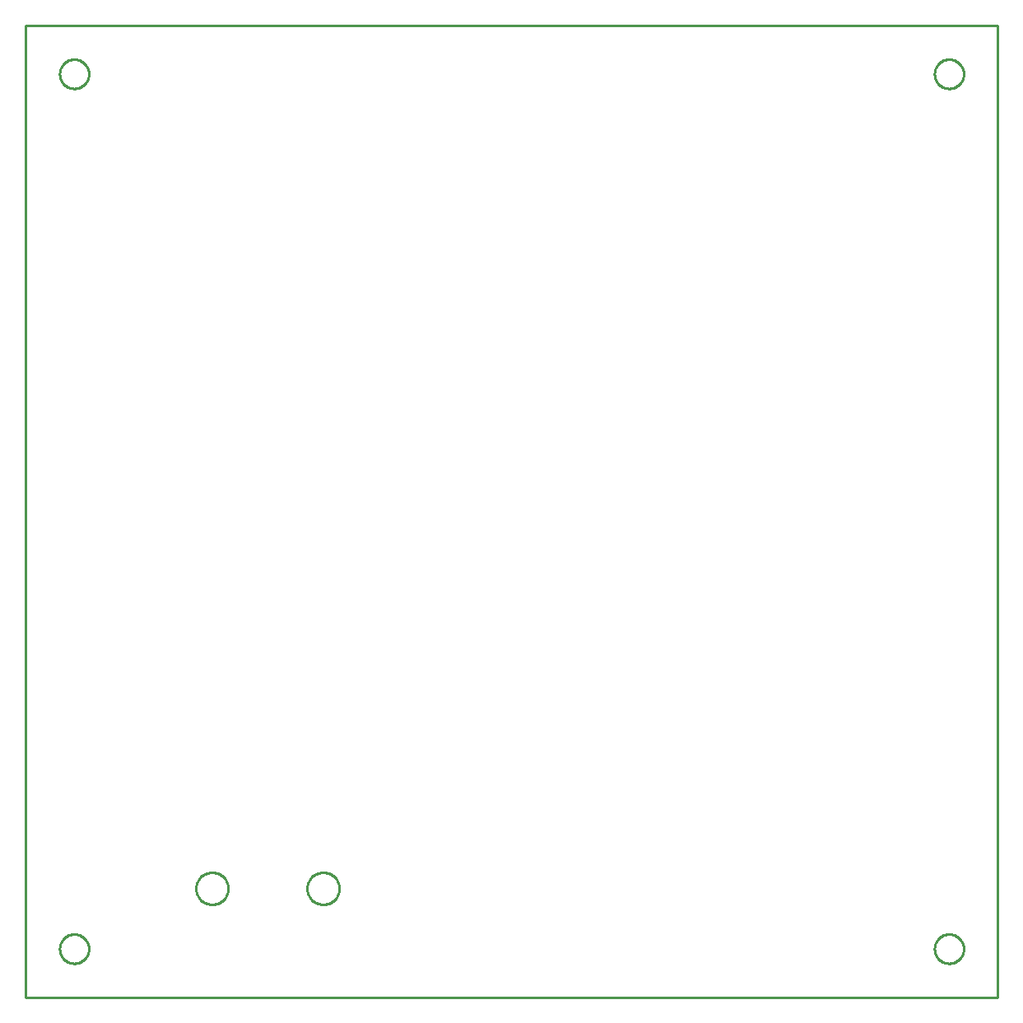
<source format=gbr>
G04 EAGLE Gerber RS-274X export*
G75*
%MOMM*%
%FSLAX34Y34*%
%LPD*%
%IN*%
%IPPOS*%
%AMOC8*
5,1,8,0,0,1.08239X$1,22.5*%
G01*
%ADD10C,0.000000*%
%ADD11C,0.254000*%


D10*
X0Y0D02*
X1000000Y0D01*
X1000000Y1000000D01*
X0Y1000000D01*
X0Y0D01*
X35000Y950000D02*
X35005Y950368D01*
X35018Y950736D01*
X35041Y951103D01*
X35072Y951470D01*
X35113Y951836D01*
X35162Y952201D01*
X35221Y952564D01*
X35288Y952926D01*
X35364Y953287D01*
X35450Y953645D01*
X35543Y954001D01*
X35646Y954354D01*
X35757Y954705D01*
X35877Y955053D01*
X36005Y955398D01*
X36142Y955740D01*
X36287Y956079D01*
X36440Y956413D01*
X36602Y956744D01*
X36771Y957071D01*
X36949Y957393D01*
X37134Y957712D01*
X37327Y958025D01*
X37528Y958334D01*
X37736Y958637D01*
X37952Y958935D01*
X38175Y959228D01*
X38405Y959516D01*
X38642Y959798D01*
X38886Y960073D01*
X39136Y960343D01*
X39393Y960607D01*
X39657Y960864D01*
X39927Y961114D01*
X40202Y961358D01*
X40484Y961595D01*
X40772Y961825D01*
X41065Y962048D01*
X41363Y962264D01*
X41666Y962472D01*
X41975Y962673D01*
X42288Y962866D01*
X42607Y963051D01*
X42929Y963229D01*
X43256Y963398D01*
X43587Y963560D01*
X43921Y963713D01*
X44260Y963858D01*
X44602Y963995D01*
X44947Y964123D01*
X45295Y964243D01*
X45646Y964354D01*
X45999Y964457D01*
X46355Y964550D01*
X46713Y964636D01*
X47074Y964712D01*
X47436Y964779D01*
X47799Y964838D01*
X48164Y964887D01*
X48530Y964928D01*
X48897Y964959D01*
X49264Y964982D01*
X49632Y964995D01*
X50000Y965000D01*
X50368Y964995D01*
X50736Y964982D01*
X51103Y964959D01*
X51470Y964928D01*
X51836Y964887D01*
X52201Y964838D01*
X52564Y964779D01*
X52926Y964712D01*
X53287Y964636D01*
X53645Y964550D01*
X54001Y964457D01*
X54354Y964354D01*
X54705Y964243D01*
X55053Y964123D01*
X55398Y963995D01*
X55740Y963858D01*
X56079Y963713D01*
X56413Y963560D01*
X56744Y963398D01*
X57071Y963229D01*
X57393Y963051D01*
X57712Y962866D01*
X58025Y962673D01*
X58334Y962472D01*
X58637Y962264D01*
X58935Y962048D01*
X59228Y961825D01*
X59516Y961595D01*
X59798Y961358D01*
X60073Y961114D01*
X60343Y960864D01*
X60607Y960607D01*
X60864Y960343D01*
X61114Y960073D01*
X61358Y959798D01*
X61595Y959516D01*
X61825Y959228D01*
X62048Y958935D01*
X62264Y958637D01*
X62472Y958334D01*
X62673Y958025D01*
X62866Y957712D01*
X63051Y957393D01*
X63229Y957071D01*
X63398Y956744D01*
X63560Y956413D01*
X63713Y956079D01*
X63858Y955740D01*
X63995Y955398D01*
X64123Y955053D01*
X64243Y954705D01*
X64354Y954354D01*
X64457Y954001D01*
X64550Y953645D01*
X64636Y953287D01*
X64712Y952926D01*
X64779Y952564D01*
X64838Y952201D01*
X64887Y951836D01*
X64928Y951470D01*
X64959Y951103D01*
X64982Y950736D01*
X64995Y950368D01*
X65000Y950000D01*
X64995Y949632D01*
X64982Y949264D01*
X64959Y948897D01*
X64928Y948530D01*
X64887Y948164D01*
X64838Y947799D01*
X64779Y947436D01*
X64712Y947074D01*
X64636Y946713D01*
X64550Y946355D01*
X64457Y945999D01*
X64354Y945646D01*
X64243Y945295D01*
X64123Y944947D01*
X63995Y944602D01*
X63858Y944260D01*
X63713Y943921D01*
X63560Y943587D01*
X63398Y943256D01*
X63229Y942929D01*
X63051Y942607D01*
X62866Y942288D01*
X62673Y941975D01*
X62472Y941666D01*
X62264Y941363D01*
X62048Y941065D01*
X61825Y940772D01*
X61595Y940484D01*
X61358Y940202D01*
X61114Y939927D01*
X60864Y939657D01*
X60607Y939393D01*
X60343Y939136D01*
X60073Y938886D01*
X59798Y938642D01*
X59516Y938405D01*
X59228Y938175D01*
X58935Y937952D01*
X58637Y937736D01*
X58334Y937528D01*
X58025Y937327D01*
X57712Y937134D01*
X57393Y936949D01*
X57071Y936771D01*
X56744Y936602D01*
X56413Y936440D01*
X56079Y936287D01*
X55740Y936142D01*
X55398Y936005D01*
X55053Y935877D01*
X54705Y935757D01*
X54354Y935646D01*
X54001Y935543D01*
X53645Y935450D01*
X53287Y935364D01*
X52926Y935288D01*
X52564Y935221D01*
X52201Y935162D01*
X51836Y935113D01*
X51470Y935072D01*
X51103Y935041D01*
X50736Y935018D01*
X50368Y935005D01*
X50000Y935000D01*
X49632Y935005D01*
X49264Y935018D01*
X48897Y935041D01*
X48530Y935072D01*
X48164Y935113D01*
X47799Y935162D01*
X47436Y935221D01*
X47074Y935288D01*
X46713Y935364D01*
X46355Y935450D01*
X45999Y935543D01*
X45646Y935646D01*
X45295Y935757D01*
X44947Y935877D01*
X44602Y936005D01*
X44260Y936142D01*
X43921Y936287D01*
X43587Y936440D01*
X43256Y936602D01*
X42929Y936771D01*
X42607Y936949D01*
X42288Y937134D01*
X41975Y937327D01*
X41666Y937528D01*
X41363Y937736D01*
X41065Y937952D01*
X40772Y938175D01*
X40484Y938405D01*
X40202Y938642D01*
X39927Y938886D01*
X39657Y939136D01*
X39393Y939393D01*
X39136Y939657D01*
X38886Y939927D01*
X38642Y940202D01*
X38405Y940484D01*
X38175Y940772D01*
X37952Y941065D01*
X37736Y941363D01*
X37528Y941666D01*
X37327Y941975D01*
X37134Y942288D01*
X36949Y942607D01*
X36771Y942929D01*
X36602Y943256D01*
X36440Y943587D01*
X36287Y943921D01*
X36142Y944260D01*
X36005Y944602D01*
X35877Y944947D01*
X35757Y945295D01*
X35646Y945646D01*
X35543Y945999D01*
X35450Y946355D01*
X35364Y946713D01*
X35288Y947074D01*
X35221Y947436D01*
X35162Y947799D01*
X35113Y948164D01*
X35072Y948530D01*
X35041Y948897D01*
X35018Y949264D01*
X35005Y949632D01*
X35000Y950000D01*
X935000Y950000D02*
X935005Y950368D01*
X935018Y950736D01*
X935041Y951103D01*
X935072Y951470D01*
X935113Y951836D01*
X935162Y952201D01*
X935221Y952564D01*
X935288Y952926D01*
X935364Y953287D01*
X935450Y953645D01*
X935543Y954001D01*
X935646Y954354D01*
X935757Y954705D01*
X935877Y955053D01*
X936005Y955398D01*
X936142Y955740D01*
X936287Y956079D01*
X936440Y956413D01*
X936602Y956744D01*
X936771Y957071D01*
X936949Y957393D01*
X937134Y957712D01*
X937327Y958025D01*
X937528Y958334D01*
X937736Y958637D01*
X937952Y958935D01*
X938175Y959228D01*
X938405Y959516D01*
X938642Y959798D01*
X938886Y960073D01*
X939136Y960343D01*
X939393Y960607D01*
X939657Y960864D01*
X939927Y961114D01*
X940202Y961358D01*
X940484Y961595D01*
X940772Y961825D01*
X941065Y962048D01*
X941363Y962264D01*
X941666Y962472D01*
X941975Y962673D01*
X942288Y962866D01*
X942607Y963051D01*
X942929Y963229D01*
X943256Y963398D01*
X943587Y963560D01*
X943921Y963713D01*
X944260Y963858D01*
X944602Y963995D01*
X944947Y964123D01*
X945295Y964243D01*
X945646Y964354D01*
X945999Y964457D01*
X946355Y964550D01*
X946713Y964636D01*
X947074Y964712D01*
X947436Y964779D01*
X947799Y964838D01*
X948164Y964887D01*
X948530Y964928D01*
X948897Y964959D01*
X949264Y964982D01*
X949632Y964995D01*
X950000Y965000D01*
X950368Y964995D01*
X950736Y964982D01*
X951103Y964959D01*
X951470Y964928D01*
X951836Y964887D01*
X952201Y964838D01*
X952564Y964779D01*
X952926Y964712D01*
X953287Y964636D01*
X953645Y964550D01*
X954001Y964457D01*
X954354Y964354D01*
X954705Y964243D01*
X955053Y964123D01*
X955398Y963995D01*
X955740Y963858D01*
X956079Y963713D01*
X956413Y963560D01*
X956744Y963398D01*
X957071Y963229D01*
X957393Y963051D01*
X957712Y962866D01*
X958025Y962673D01*
X958334Y962472D01*
X958637Y962264D01*
X958935Y962048D01*
X959228Y961825D01*
X959516Y961595D01*
X959798Y961358D01*
X960073Y961114D01*
X960343Y960864D01*
X960607Y960607D01*
X960864Y960343D01*
X961114Y960073D01*
X961358Y959798D01*
X961595Y959516D01*
X961825Y959228D01*
X962048Y958935D01*
X962264Y958637D01*
X962472Y958334D01*
X962673Y958025D01*
X962866Y957712D01*
X963051Y957393D01*
X963229Y957071D01*
X963398Y956744D01*
X963560Y956413D01*
X963713Y956079D01*
X963858Y955740D01*
X963995Y955398D01*
X964123Y955053D01*
X964243Y954705D01*
X964354Y954354D01*
X964457Y954001D01*
X964550Y953645D01*
X964636Y953287D01*
X964712Y952926D01*
X964779Y952564D01*
X964838Y952201D01*
X964887Y951836D01*
X964928Y951470D01*
X964959Y951103D01*
X964982Y950736D01*
X964995Y950368D01*
X965000Y950000D01*
X964995Y949632D01*
X964982Y949264D01*
X964959Y948897D01*
X964928Y948530D01*
X964887Y948164D01*
X964838Y947799D01*
X964779Y947436D01*
X964712Y947074D01*
X964636Y946713D01*
X964550Y946355D01*
X964457Y945999D01*
X964354Y945646D01*
X964243Y945295D01*
X964123Y944947D01*
X963995Y944602D01*
X963858Y944260D01*
X963713Y943921D01*
X963560Y943587D01*
X963398Y943256D01*
X963229Y942929D01*
X963051Y942607D01*
X962866Y942288D01*
X962673Y941975D01*
X962472Y941666D01*
X962264Y941363D01*
X962048Y941065D01*
X961825Y940772D01*
X961595Y940484D01*
X961358Y940202D01*
X961114Y939927D01*
X960864Y939657D01*
X960607Y939393D01*
X960343Y939136D01*
X960073Y938886D01*
X959798Y938642D01*
X959516Y938405D01*
X959228Y938175D01*
X958935Y937952D01*
X958637Y937736D01*
X958334Y937528D01*
X958025Y937327D01*
X957712Y937134D01*
X957393Y936949D01*
X957071Y936771D01*
X956744Y936602D01*
X956413Y936440D01*
X956079Y936287D01*
X955740Y936142D01*
X955398Y936005D01*
X955053Y935877D01*
X954705Y935757D01*
X954354Y935646D01*
X954001Y935543D01*
X953645Y935450D01*
X953287Y935364D01*
X952926Y935288D01*
X952564Y935221D01*
X952201Y935162D01*
X951836Y935113D01*
X951470Y935072D01*
X951103Y935041D01*
X950736Y935018D01*
X950368Y935005D01*
X950000Y935000D01*
X949632Y935005D01*
X949264Y935018D01*
X948897Y935041D01*
X948530Y935072D01*
X948164Y935113D01*
X947799Y935162D01*
X947436Y935221D01*
X947074Y935288D01*
X946713Y935364D01*
X946355Y935450D01*
X945999Y935543D01*
X945646Y935646D01*
X945295Y935757D01*
X944947Y935877D01*
X944602Y936005D01*
X944260Y936142D01*
X943921Y936287D01*
X943587Y936440D01*
X943256Y936602D01*
X942929Y936771D01*
X942607Y936949D01*
X942288Y937134D01*
X941975Y937327D01*
X941666Y937528D01*
X941363Y937736D01*
X941065Y937952D01*
X940772Y938175D01*
X940484Y938405D01*
X940202Y938642D01*
X939927Y938886D01*
X939657Y939136D01*
X939393Y939393D01*
X939136Y939657D01*
X938886Y939927D01*
X938642Y940202D01*
X938405Y940484D01*
X938175Y940772D01*
X937952Y941065D01*
X937736Y941363D01*
X937528Y941666D01*
X937327Y941975D01*
X937134Y942288D01*
X936949Y942607D01*
X936771Y942929D01*
X936602Y943256D01*
X936440Y943587D01*
X936287Y943921D01*
X936142Y944260D01*
X936005Y944602D01*
X935877Y944947D01*
X935757Y945295D01*
X935646Y945646D01*
X935543Y945999D01*
X935450Y946355D01*
X935364Y946713D01*
X935288Y947074D01*
X935221Y947436D01*
X935162Y947799D01*
X935113Y948164D01*
X935072Y948530D01*
X935041Y948897D01*
X935018Y949264D01*
X935005Y949632D01*
X935000Y950000D01*
X935000Y50000D02*
X935005Y50368D01*
X935018Y50736D01*
X935041Y51103D01*
X935072Y51470D01*
X935113Y51836D01*
X935162Y52201D01*
X935221Y52564D01*
X935288Y52926D01*
X935364Y53287D01*
X935450Y53645D01*
X935543Y54001D01*
X935646Y54354D01*
X935757Y54705D01*
X935877Y55053D01*
X936005Y55398D01*
X936142Y55740D01*
X936287Y56079D01*
X936440Y56413D01*
X936602Y56744D01*
X936771Y57071D01*
X936949Y57393D01*
X937134Y57712D01*
X937327Y58025D01*
X937528Y58334D01*
X937736Y58637D01*
X937952Y58935D01*
X938175Y59228D01*
X938405Y59516D01*
X938642Y59798D01*
X938886Y60073D01*
X939136Y60343D01*
X939393Y60607D01*
X939657Y60864D01*
X939927Y61114D01*
X940202Y61358D01*
X940484Y61595D01*
X940772Y61825D01*
X941065Y62048D01*
X941363Y62264D01*
X941666Y62472D01*
X941975Y62673D01*
X942288Y62866D01*
X942607Y63051D01*
X942929Y63229D01*
X943256Y63398D01*
X943587Y63560D01*
X943921Y63713D01*
X944260Y63858D01*
X944602Y63995D01*
X944947Y64123D01*
X945295Y64243D01*
X945646Y64354D01*
X945999Y64457D01*
X946355Y64550D01*
X946713Y64636D01*
X947074Y64712D01*
X947436Y64779D01*
X947799Y64838D01*
X948164Y64887D01*
X948530Y64928D01*
X948897Y64959D01*
X949264Y64982D01*
X949632Y64995D01*
X950000Y65000D01*
X950368Y64995D01*
X950736Y64982D01*
X951103Y64959D01*
X951470Y64928D01*
X951836Y64887D01*
X952201Y64838D01*
X952564Y64779D01*
X952926Y64712D01*
X953287Y64636D01*
X953645Y64550D01*
X954001Y64457D01*
X954354Y64354D01*
X954705Y64243D01*
X955053Y64123D01*
X955398Y63995D01*
X955740Y63858D01*
X956079Y63713D01*
X956413Y63560D01*
X956744Y63398D01*
X957071Y63229D01*
X957393Y63051D01*
X957712Y62866D01*
X958025Y62673D01*
X958334Y62472D01*
X958637Y62264D01*
X958935Y62048D01*
X959228Y61825D01*
X959516Y61595D01*
X959798Y61358D01*
X960073Y61114D01*
X960343Y60864D01*
X960607Y60607D01*
X960864Y60343D01*
X961114Y60073D01*
X961358Y59798D01*
X961595Y59516D01*
X961825Y59228D01*
X962048Y58935D01*
X962264Y58637D01*
X962472Y58334D01*
X962673Y58025D01*
X962866Y57712D01*
X963051Y57393D01*
X963229Y57071D01*
X963398Y56744D01*
X963560Y56413D01*
X963713Y56079D01*
X963858Y55740D01*
X963995Y55398D01*
X964123Y55053D01*
X964243Y54705D01*
X964354Y54354D01*
X964457Y54001D01*
X964550Y53645D01*
X964636Y53287D01*
X964712Y52926D01*
X964779Y52564D01*
X964838Y52201D01*
X964887Y51836D01*
X964928Y51470D01*
X964959Y51103D01*
X964982Y50736D01*
X964995Y50368D01*
X965000Y50000D01*
X964995Y49632D01*
X964982Y49264D01*
X964959Y48897D01*
X964928Y48530D01*
X964887Y48164D01*
X964838Y47799D01*
X964779Y47436D01*
X964712Y47074D01*
X964636Y46713D01*
X964550Y46355D01*
X964457Y45999D01*
X964354Y45646D01*
X964243Y45295D01*
X964123Y44947D01*
X963995Y44602D01*
X963858Y44260D01*
X963713Y43921D01*
X963560Y43587D01*
X963398Y43256D01*
X963229Y42929D01*
X963051Y42607D01*
X962866Y42288D01*
X962673Y41975D01*
X962472Y41666D01*
X962264Y41363D01*
X962048Y41065D01*
X961825Y40772D01*
X961595Y40484D01*
X961358Y40202D01*
X961114Y39927D01*
X960864Y39657D01*
X960607Y39393D01*
X960343Y39136D01*
X960073Y38886D01*
X959798Y38642D01*
X959516Y38405D01*
X959228Y38175D01*
X958935Y37952D01*
X958637Y37736D01*
X958334Y37528D01*
X958025Y37327D01*
X957712Y37134D01*
X957393Y36949D01*
X957071Y36771D01*
X956744Y36602D01*
X956413Y36440D01*
X956079Y36287D01*
X955740Y36142D01*
X955398Y36005D01*
X955053Y35877D01*
X954705Y35757D01*
X954354Y35646D01*
X954001Y35543D01*
X953645Y35450D01*
X953287Y35364D01*
X952926Y35288D01*
X952564Y35221D01*
X952201Y35162D01*
X951836Y35113D01*
X951470Y35072D01*
X951103Y35041D01*
X950736Y35018D01*
X950368Y35005D01*
X950000Y35000D01*
X949632Y35005D01*
X949264Y35018D01*
X948897Y35041D01*
X948530Y35072D01*
X948164Y35113D01*
X947799Y35162D01*
X947436Y35221D01*
X947074Y35288D01*
X946713Y35364D01*
X946355Y35450D01*
X945999Y35543D01*
X945646Y35646D01*
X945295Y35757D01*
X944947Y35877D01*
X944602Y36005D01*
X944260Y36142D01*
X943921Y36287D01*
X943587Y36440D01*
X943256Y36602D01*
X942929Y36771D01*
X942607Y36949D01*
X942288Y37134D01*
X941975Y37327D01*
X941666Y37528D01*
X941363Y37736D01*
X941065Y37952D01*
X940772Y38175D01*
X940484Y38405D01*
X940202Y38642D01*
X939927Y38886D01*
X939657Y39136D01*
X939393Y39393D01*
X939136Y39657D01*
X938886Y39927D01*
X938642Y40202D01*
X938405Y40484D01*
X938175Y40772D01*
X937952Y41065D01*
X937736Y41363D01*
X937528Y41666D01*
X937327Y41975D01*
X937134Y42288D01*
X936949Y42607D01*
X936771Y42929D01*
X936602Y43256D01*
X936440Y43587D01*
X936287Y43921D01*
X936142Y44260D01*
X936005Y44602D01*
X935877Y44947D01*
X935757Y45295D01*
X935646Y45646D01*
X935543Y45999D01*
X935450Y46355D01*
X935364Y46713D01*
X935288Y47074D01*
X935221Y47436D01*
X935162Y47799D01*
X935113Y48164D01*
X935072Y48530D01*
X935041Y48897D01*
X935018Y49264D01*
X935005Y49632D01*
X935000Y50000D01*
X35000Y50000D02*
X35005Y50368D01*
X35018Y50736D01*
X35041Y51103D01*
X35072Y51470D01*
X35113Y51836D01*
X35162Y52201D01*
X35221Y52564D01*
X35288Y52926D01*
X35364Y53287D01*
X35450Y53645D01*
X35543Y54001D01*
X35646Y54354D01*
X35757Y54705D01*
X35877Y55053D01*
X36005Y55398D01*
X36142Y55740D01*
X36287Y56079D01*
X36440Y56413D01*
X36602Y56744D01*
X36771Y57071D01*
X36949Y57393D01*
X37134Y57712D01*
X37327Y58025D01*
X37528Y58334D01*
X37736Y58637D01*
X37952Y58935D01*
X38175Y59228D01*
X38405Y59516D01*
X38642Y59798D01*
X38886Y60073D01*
X39136Y60343D01*
X39393Y60607D01*
X39657Y60864D01*
X39927Y61114D01*
X40202Y61358D01*
X40484Y61595D01*
X40772Y61825D01*
X41065Y62048D01*
X41363Y62264D01*
X41666Y62472D01*
X41975Y62673D01*
X42288Y62866D01*
X42607Y63051D01*
X42929Y63229D01*
X43256Y63398D01*
X43587Y63560D01*
X43921Y63713D01*
X44260Y63858D01*
X44602Y63995D01*
X44947Y64123D01*
X45295Y64243D01*
X45646Y64354D01*
X45999Y64457D01*
X46355Y64550D01*
X46713Y64636D01*
X47074Y64712D01*
X47436Y64779D01*
X47799Y64838D01*
X48164Y64887D01*
X48530Y64928D01*
X48897Y64959D01*
X49264Y64982D01*
X49632Y64995D01*
X50000Y65000D01*
X50368Y64995D01*
X50736Y64982D01*
X51103Y64959D01*
X51470Y64928D01*
X51836Y64887D01*
X52201Y64838D01*
X52564Y64779D01*
X52926Y64712D01*
X53287Y64636D01*
X53645Y64550D01*
X54001Y64457D01*
X54354Y64354D01*
X54705Y64243D01*
X55053Y64123D01*
X55398Y63995D01*
X55740Y63858D01*
X56079Y63713D01*
X56413Y63560D01*
X56744Y63398D01*
X57071Y63229D01*
X57393Y63051D01*
X57712Y62866D01*
X58025Y62673D01*
X58334Y62472D01*
X58637Y62264D01*
X58935Y62048D01*
X59228Y61825D01*
X59516Y61595D01*
X59798Y61358D01*
X60073Y61114D01*
X60343Y60864D01*
X60607Y60607D01*
X60864Y60343D01*
X61114Y60073D01*
X61358Y59798D01*
X61595Y59516D01*
X61825Y59228D01*
X62048Y58935D01*
X62264Y58637D01*
X62472Y58334D01*
X62673Y58025D01*
X62866Y57712D01*
X63051Y57393D01*
X63229Y57071D01*
X63398Y56744D01*
X63560Y56413D01*
X63713Y56079D01*
X63858Y55740D01*
X63995Y55398D01*
X64123Y55053D01*
X64243Y54705D01*
X64354Y54354D01*
X64457Y54001D01*
X64550Y53645D01*
X64636Y53287D01*
X64712Y52926D01*
X64779Y52564D01*
X64838Y52201D01*
X64887Y51836D01*
X64928Y51470D01*
X64959Y51103D01*
X64982Y50736D01*
X64995Y50368D01*
X65000Y50000D01*
X64995Y49632D01*
X64982Y49264D01*
X64959Y48897D01*
X64928Y48530D01*
X64887Y48164D01*
X64838Y47799D01*
X64779Y47436D01*
X64712Y47074D01*
X64636Y46713D01*
X64550Y46355D01*
X64457Y45999D01*
X64354Y45646D01*
X64243Y45295D01*
X64123Y44947D01*
X63995Y44602D01*
X63858Y44260D01*
X63713Y43921D01*
X63560Y43587D01*
X63398Y43256D01*
X63229Y42929D01*
X63051Y42607D01*
X62866Y42288D01*
X62673Y41975D01*
X62472Y41666D01*
X62264Y41363D01*
X62048Y41065D01*
X61825Y40772D01*
X61595Y40484D01*
X61358Y40202D01*
X61114Y39927D01*
X60864Y39657D01*
X60607Y39393D01*
X60343Y39136D01*
X60073Y38886D01*
X59798Y38642D01*
X59516Y38405D01*
X59228Y38175D01*
X58935Y37952D01*
X58637Y37736D01*
X58334Y37528D01*
X58025Y37327D01*
X57712Y37134D01*
X57393Y36949D01*
X57071Y36771D01*
X56744Y36602D01*
X56413Y36440D01*
X56079Y36287D01*
X55740Y36142D01*
X55398Y36005D01*
X55053Y35877D01*
X54705Y35757D01*
X54354Y35646D01*
X54001Y35543D01*
X53645Y35450D01*
X53287Y35364D01*
X52926Y35288D01*
X52564Y35221D01*
X52201Y35162D01*
X51836Y35113D01*
X51470Y35072D01*
X51103Y35041D01*
X50736Y35018D01*
X50368Y35005D01*
X50000Y35000D01*
X49632Y35005D01*
X49264Y35018D01*
X48897Y35041D01*
X48530Y35072D01*
X48164Y35113D01*
X47799Y35162D01*
X47436Y35221D01*
X47074Y35288D01*
X46713Y35364D01*
X46355Y35450D01*
X45999Y35543D01*
X45646Y35646D01*
X45295Y35757D01*
X44947Y35877D01*
X44602Y36005D01*
X44260Y36142D01*
X43921Y36287D01*
X43587Y36440D01*
X43256Y36602D01*
X42929Y36771D01*
X42607Y36949D01*
X42288Y37134D01*
X41975Y37327D01*
X41666Y37528D01*
X41363Y37736D01*
X41065Y37952D01*
X40772Y38175D01*
X40484Y38405D01*
X40202Y38642D01*
X39927Y38886D01*
X39657Y39136D01*
X39393Y39393D01*
X39136Y39657D01*
X38886Y39927D01*
X38642Y40202D01*
X38405Y40484D01*
X38175Y40772D01*
X37952Y41065D01*
X37736Y41363D01*
X37528Y41666D01*
X37327Y41975D01*
X37134Y42288D01*
X36949Y42607D01*
X36771Y42929D01*
X36602Y43256D01*
X36440Y43587D01*
X36287Y43921D01*
X36142Y44260D01*
X36005Y44602D01*
X35877Y44947D01*
X35757Y45295D01*
X35646Y45646D01*
X35543Y45999D01*
X35450Y46355D01*
X35364Y46713D01*
X35288Y47074D01*
X35221Y47436D01*
X35162Y47799D01*
X35113Y48164D01*
X35072Y48530D01*
X35041Y48897D01*
X35018Y49264D01*
X35005Y49632D01*
X35000Y50000D01*
X289655Y112100D02*
X289660Y112505D01*
X289675Y112909D01*
X289700Y113313D01*
X289734Y113717D01*
X289779Y114119D01*
X289834Y114520D01*
X289898Y114920D01*
X289972Y115318D01*
X290056Y115714D01*
X290149Y116108D01*
X290253Y116499D01*
X290365Y116888D01*
X290488Y117274D01*
X290619Y117657D01*
X290760Y118036D01*
X290911Y118412D01*
X291070Y118784D01*
X291239Y119153D01*
X291416Y119516D01*
X291603Y119876D01*
X291798Y120230D01*
X292002Y120580D01*
X292214Y120925D01*
X292435Y121264D01*
X292664Y121598D01*
X292901Y121926D01*
X293146Y122248D01*
X293399Y122564D01*
X293660Y122874D01*
X293928Y123177D01*
X294204Y123474D01*
X294486Y123764D01*
X294776Y124046D01*
X295073Y124322D01*
X295376Y124590D01*
X295686Y124851D01*
X296002Y125104D01*
X296324Y125349D01*
X296652Y125586D01*
X296986Y125815D01*
X297325Y126036D01*
X297670Y126248D01*
X298020Y126452D01*
X298374Y126647D01*
X298734Y126834D01*
X299097Y127011D01*
X299466Y127180D01*
X299838Y127339D01*
X300214Y127490D01*
X300593Y127631D01*
X300976Y127762D01*
X301362Y127885D01*
X301751Y127997D01*
X302142Y128101D01*
X302536Y128194D01*
X302932Y128278D01*
X303330Y128352D01*
X303730Y128416D01*
X304131Y128471D01*
X304533Y128516D01*
X304937Y128550D01*
X305341Y128575D01*
X305745Y128590D01*
X306150Y128595D01*
X306555Y128590D01*
X306959Y128575D01*
X307363Y128550D01*
X307767Y128516D01*
X308169Y128471D01*
X308570Y128416D01*
X308970Y128352D01*
X309368Y128278D01*
X309764Y128194D01*
X310158Y128101D01*
X310549Y127997D01*
X310938Y127885D01*
X311324Y127762D01*
X311707Y127631D01*
X312086Y127490D01*
X312462Y127339D01*
X312834Y127180D01*
X313203Y127011D01*
X313566Y126834D01*
X313926Y126647D01*
X314280Y126452D01*
X314630Y126248D01*
X314975Y126036D01*
X315314Y125815D01*
X315648Y125586D01*
X315976Y125349D01*
X316298Y125104D01*
X316614Y124851D01*
X316924Y124590D01*
X317227Y124322D01*
X317524Y124046D01*
X317814Y123764D01*
X318096Y123474D01*
X318372Y123177D01*
X318640Y122874D01*
X318901Y122564D01*
X319154Y122248D01*
X319399Y121926D01*
X319636Y121598D01*
X319865Y121264D01*
X320086Y120925D01*
X320298Y120580D01*
X320502Y120230D01*
X320697Y119876D01*
X320884Y119516D01*
X321061Y119153D01*
X321230Y118784D01*
X321389Y118412D01*
X321540Y118036D01*
X321681Y117657D01*
X321812Y117274D01*
X321935Y116888D01*
X322047Y116499D01*
X322151Y116108D01*
X322244Y115714D01*
X322328Y115318D01*
X322402Y114920D01*
X322466Y114520D01*
X322521Y114119D01*
X322566Y113717D01*
X322600Y113313D01*
X322625Y112909D01*
X322640Y112505D01*
X322645Y112100D01*
X322640Y111695D01*
X322625Y111291D01*
X322600Y110887D01*
X322566Y110483D01*
X322521Y110081D01*
X322466Y109680D01*
X322402Y109280D01*
X322328Y108882D01*
X322244Y108486D01*
X322151Y108092D01*
X322047Y107701D01*
X321935Y107312D01*
X321812Y106926D01*
X321681Y106543D01*
X321540Y106164D01*
X321389Y105788D01*
X321230Y105416D01*
X321061Y105047D01*
X320884Y104684D01*
X320697Y104324D01*
X320502Y103970D01*
X320298Y103620D01*
X320086Y103275D01*
X319865Y102936D01*
X319636Y102602D01*
X319399Y102274D01*
X319154Y101952D01*
X318901Y101636D01*
X318640Y101326D01*
X318372Y101023D01*
X318096Y100726D01*
X317814Y100436D01*
X317524Y100154D01*
X317227Y99878D01*
X316924Y99610D01*
X316614Y99349D01*
X316298Y99096D01*
X315976Y98851D01*
X315648Y98614D01*
X315314Y98385D01*
X314975Y98164D01*
X314630Y97952D01*
X314280Y97748D01*
X313926Y97553D01*
X313566Y97366D01*
X313203Y97189D01*
X312834Y97020D01*
X312462Y96861D01*
X312086Y96710D01*
X311707Y96569D01*
X311324Y96438D01*
X310938Y96315D01*
X310549Y96203D01*
X310158Y96099D01*
X309764Y96006D01*
X309368Y95922D01*
X308970Y95848D01*
X308570Y95784D01*
X308169Y95729D01*
X307767Y95684D01*
X307363Y95650D01*
X306959Y95625D01*
X306555Y95610D01*
X306150Y95605D01*
X305745Y95610D01*
X305341Y95625D01*
X304937Y95650D01*
X304533Y95684D01*
X304131Y95729D01*
X303730Y95784D01*
X303330Y95848D01*
X302932Y95922D01*
X302536Y96006D01*
X302142Y96099D01*
X301751Y96203D01*
X301362Y96315D01*
X300976Y96438D01*
X300593Y96569D01*
X300214Y96710D01*
X299838Y96861D01*
X299466Y97020D01*
X299097Y97189D01*
X298734Y97366D01*
X298374Y97553D01*
X298020Y97748D01*
X297670Y97952D01*
X297325Y98164D01*
X296986Y98385D01*
X296652Y98614D01*
X296324Y98851D01*
X296002Y99096D01*
X295686Y99349D01*
X295376Y99610D01*
X295073Y99878D01*
X294776Y100154D01*
X294486Y100436D01*
X294204Y100726D01*
X293928Y101023D01*
X293660Y101326D01*
X293399Y101636D01*
X293146Y101952D01*
X292901Y102274D01*
X292664Y102602D01*
X292435Y102936D01*
X292214Y103275D01*
X292002Y103620D01*
X291798Y103970D01*
X291603Y104324D01*
X291416Y104684D01*
X291239Y105047D01*
X291070Y105416D01*
X290911Y105788D01*
X290760Y106164D01*
X290619Y106543D01*
X290488Y106926D01*
X290365Y107312D01*
X290253Y107701D01*
X290149Y108092D01*
X290056Y108486D01*
X289972Y108882D01*
X289898Y109280D01*
X289834Y109680D01*
X289779Y110081D01*
X289734Y110483D01*
X289700Y110887D01*
X289675Y111291D01*
X289660Y111695D01*
X289655Y112100D01*
X175355Y112100D02*
X175360Y112505D01*
X175375Y112909D01*
X175400Y113313D01*
X175434Y113717D01*
X175479Y114119D01*
X175534Y114520D01*
X175598Y114920D01*
X175672Y115318D01*
X175756Y115714D01*
X175849Y116108D01*
X175953Y116499D01*
X176065Y116888D01*
X176188Y117274D01*
X176319Y117657D01*
X176460Y118036D01*
X176611Y118412D01*
X176770Y118784D01*
X176939Y119153D01*
X177116Y119516D01*
X177303Y119876D01*
X177498Y120230D01*
X177702Y120580D01*
X177914Y120925D01*
X178135Y121264D01*
X178364Y121598D01*
X178601Y121926D01*
X178846Y122248D01*
X179099Y122564D01*
X179360Y122874D01*
X179628Y123177D01*
X179904Y123474D01*
X180186Y123764D01*
X180476Y124046D01*
X180773Y124322D01*
X181076Y124590D01*
X181386Y124851D01*
X181702Y125104D01*
X182024Y125349D01*
X182352Y125586D01*
X182686Y125815D01*
X183025Y126036D01*
X183370Y126248D01*
X183720Y126452D01*
X184074Y126647D01*
X184434Y126834D01*
X184797Y127011D01*
X185166Y127180D01*
X185538Y127339D01*
X185914Y127490D01*
X186293Y127631D01*
X186676Y127762D01*
X187062Y127885D01*
X187451Y127997D01*
X187842Y128101D01*
X188236Y128194D01*
X188632Y128278D01*
X189030Y128352D01*
X189430Y128416D01*
X189831Y128471D01*
X190233Y128516D01*
X190637Y128550D01*
X191041Y128575D01*
X191445Y128590D01*
X191850Y128595D01*
X192255Y128590D01*
X192659Y128575D01*
X193063Y128550D01*
X193467Y128516D01*
X193869Y128471D01*
X194270Y128416D01*
X194670Y128352D01*
X195068Y128278D01*
X195464Y128194D01*
X195858Y128101D01*
X196249Y127997D01*
X196638Y127885D01*
X197024Y127762D01*
X197407Y127631D01*
X197786Y127490D01*
X198162Y127339D01*
X198534Y127180D01*
X198903Y127011D01*
X199266Y126834D01*
X199626Y126647D01*
X199980Y126452D01*
X200330Y126248D01*
X200675Y126036D01*
X201014Y125815D01*
X201348Y125586D01*
X201676Y125349D01*
X201998Y125104D01*
X202314Y124851D01*
X202624Y124590D01*
X202927Y124322D01*
X203224Y124046D01*
X203514Y123764D01*
X203796Y123474D01*
X204072Y123177D01*
X204340Y122874D01*
X204601Y122564D01*
X204854Y122248D01*
X205099Y121926D01*
X205336Y121598D01*
X205565Y121264D01*
X205786Y120925D01*
X205998Y120580D01*
X206202Y120230D01*
X206397Y119876D01*
X206584Y119516D01*
X206761Y119153D01*
X206930Y118784D01*
X207089Y118412D01*
X207240Y118036D01*
X207381Y117657D01*
X207512Y117274D01*
X207635Y116888D01*
X207747Y116499D01*
X207851Y116108D01*
X207944Y115714D01*
X208028Y115318D01*
X208102Y114920D01*
X208166Y114520D01*
X208221Y114119D01*
X208266Y113717D01*
X208300Y113313D01*
X208325Y112909D01*
X208340Y112505D01*
X208345Y112100D01*
X208340Y111695D01*
X208325Y111291D01*
X208300Y110887D01*
X208266Y110483D01*
X208221Y110081D01*
X208166Y109680D01*
X208102Y109280D01*
X208028Y108882D01*
X207944Y108486D01*
X207851Y108092D01*
X207747Y107701D01*
X207635Y107312D01*
X207512Y106926D01*
X207381Y106543D01*
X207240Y106164D01*
X207089Y105788D01*
X206930Y105416D01*
X206761Y105047D01*
X206584Y104684D01*
X206397Y104324D01*
X206202Y103970D01*
X205998Y103620D01*
X205786Y103275D01*
X205565Y102936D01*
X205336Y102602D01*
X205099Y102274D01*
X204854Y101952D01*
X204601Y101636D01*
X204340Y101326D01*
X204072Y101023D01*
X203796Y100726D01*
X203514Y100436D01*
X203224Y100154D01*
X202927Y99878D01*
X202624Y99610D01*
X202314Y99349D01*
X201998Y99096D01*
X201676Y98851D01*
X201348Y98614D01*
X201014Y98385D01*
X200675Y98164D01*
X200330Y97952D01*
X199980Y97748D01*
X199626Y97553D01*
X199266Y97366D01*
X198903Y97189D01*
X198534Y97020D01*
X198162Y96861D01*
X197786Y96710D01*
X197407Y96569D01*
X197024Y96438D01*
X196638Y96315D01*
X196249Y96203D01*
X195858Y96099D01*
X195464Y96006D01*
X195068Y95922D01*
X194670Y95848D01*
X194270Y95784D01*
X193869Y95729D01*
X193467Y95684D01*
X193063Y95650D01*
X192659Y95625D01*
X192255Y95610D01*
X191850Y95605D01*
X191445Y95610D01*
X191041Y95625D01*
X190637Y95650D01*
X190233Y95684D01*
X189831Y95729D01*
X189430Y95784D01*
X189030Y95848D01*
X188632Y95922D01*
X188236Y96006D01*
X187842Y96099D01*
X187451Y96203D01*
X187062Y96315D01*
X186676Y96438D01*
X186293Y96569D01*
X185914Y96710D01*
X185538Y96861D01*
X185166Y97020D01*
X184797Y97189D01*
X184434Y97366D01*
X184074Y97553D01*
X183720Y97748D01*
X183370Y97952D01*
X183025Y98164D01*
X182686Y98385D01*
X182352Y98614D01*
X182024Y98851D01*
X181702Y99096D01*
X181386Y99349D01*
X181076Y99610D01*
X180773Y99878D01*
X180476Y100154D01*
X180186Y100436D01*
X179904Y100726D01*
X179628Y101023D01*
X179360Y101326D01*
X179099Y101636D01*
X178846Y101952D01*
X178601Y102274D01*
X178364Y102602D01*
X178135Y102936D01*
X177914Y103275D01*
X177702Y103620D01*
X177498Y103970D01*
X177303Y104324D01*
X177116Y104684D01*
X176939Y105047D01*
X176770Y105416D01*
X176611Y105788D01*
X176460Y106164D01*
X176319Y106543D01*
X176188Y106926D01*
X176065Y107312D01*
X175953Y107701D01*
X175849Y108092D01*
X175756Y108486D01*
X175672Y108882D01*
X175598Y109280D01*
X175534Y109680D01*
X175479Y110081D01*
X175434Y110483D01*
X175400Y110887D01*
X175375Y111291D01*
X175360Y111695D01*
X175355Y112100D01*
D11*
X0Y0D02*
X1000000Y0D01*
X1000000Y1000000D01*
X0Y1000000D01*
X0Y0D01*
X65000Y949464D02*
X64924Y948396D01*
X64771Y947335D01*
X64543Y946288D01*
X64241Y945260D01*
X63867Y944256D01*
X63422Y943281D01*
X62908Y942341D01*
X62329Y941440D01*
X61687Y940582D01*
X60985Y939772D01*
X60228Y939015D01*
X59418Y938313D01*
X58560Y937671D01*
X57659Y937092D01*
X56719Y936578D01*
X55744Y936133D01*
X54740Y935759D01*
X53712Y935457D01*
X52665Y935229D01*
X51604Y935076D01*
X50536Y935000D01*
X49464Y935000D01*
X48396Y935076D01*
X47335Y935229D01*
X46288Y935457D01*
X45260Y935759D01*
X44256Y936133D01*
X43281Y936578D01*
X42341Y937092D01*
X41440Y937671D01*
X40582Y938313D01*
X39772Y939015D01*
X39015Y939772D01*
X38313Y940582D01*
X37671Y941440D01*
X37092Y942341D01*
X36578Y943281D01*
X36133Y944256D01*
X35759Y945260D01*
X35457Y946288D01*
X35229Y947335D01*
X35076Y948396D01*
X35000Y949464D01*
X35000Y950536D01*
X35076Y951604D01*
X35229Y952665D01*
X35457Y953712D01*
X35759Y954740D01*
X36133Y955744D01*
X36578Y956719D01*
X37092Y957659D01*
X37671Y958560D01*
X38313Y959418D01*
X39015Y960228D01*
X39772Y960985D01*
X40582Y961687D01*
X41440Y962329D01*
X42341Y962908D01*
X43281Y963422D01*
X44256Y963867D01*
X45260Y964241D01*
X46288Y964543D01*
X47335Y964771D01*
X48396Y964924D01*
X49464Y965000D01*
X50536Y965000D01*
X51604Y964924D01*
X52665Y964771D01*
X53712Y964543D01*
X54740Y964241D01*
X55744Y963867D01*
X56719Y963422D01*
X57659Y962908D01*
X58560Y962329D01*
X59418Y961687D01*
X60228Y960985D01*
X60985Y960228D01*
X61687Y959418D01*
X62329Y958560D01*
X62908Y957659D01*
X63422Y956719D01*
X63867Y955744D01*
X64241Y954740D01*
X64543Y953712D01*
X64771Y952665D01*
X64924Y951604D01*
X65000Y950536D01*
X65000Y949464D01*
X965000Y949464D02*
X964924Y948396D01*
X964771Y947335D01*
X964543Y946288D01*
X964241Y945260D01*
X963867Y944256D01*
X963422Y943281D01*
X962908Y942341D01*
X962329Y941440D01*
X961687Y940582D01*
X960985Y939772D01*
X960228Y939015D01*
X959418Y938313D01*
X958560Y937671D01*
X957659Y937092D01*
X956719Y936578D01*
X955744Y936133D01*
X954740Y935759D01*
X953712Y935457D01*
X952665Y935229D01*
X951604Y935076D01*
X950536Y935000D01*
X949464Y935000D01*
X948396Y935076D01*
X947335Y935229D01*
X946288Y935457D01*
X945260Y935759D01*
X944256Y936133D01*
X943281Y936578D01*
X942341Y937092D01*
X941440Y937671D01*
X940582Y938313D01*
X939772Y939015D01*
X939015Y939772D01*
X938313Y940582D01*
X937671Y941440D01*
X937092Y942341D01*
X936578Y943281D01*
X936133Y944256D01*
X935759Y945260D01*
X935457Y946288D01*
X935229Y947335D01*
X935076Y948396D01*
X935000Y949464D01*
X935000Y950536D01*
X935076Y951604D01*
X935229Y952665D01*
X935457Y953712D01*
X935759Y954740D01*
X936133Y955744D01*
X936578Y956719D01*
X937092Y957659D01*
X937671Y958560D01*
X938313Y959418D01*
X939015Y960228D01*
X939772Y960985D01*
X940582Y961687D01*
X941440Y962329D01*
X942341Y962908D01*
X943281Y963422D01*
X944256Y963867D01*
X945260Y964241D01*
X946288Y964543D01*
X947335Y964771D01*
X948396Y964924D01*
X949464Y965000D01*
X950536Y965000D01*
X951604Y964924D01*
X952665Y964771D01*
X953712Y964543D01*
X954740Y964241D01*
X955744Y963867D01*
X956719Y963422D01*
X957659Y962908D01*
X958560Y962329D01*
X959418Y961687D01*
X960228Y960985D01*
X960985Y960228D01*
X961687Y959418D01*
X962329Y958560D01*
X962908Y957659D01*
X963422Y956719D01*
X963867Y955744D01*
X964241Y954740D01*
X964543Y953712D01*
X964771Y952665D01*
X964924Y951604D01*
X965000Y950536D01*
X965000Y949464D01*
X965000Y49464D02*
X964924Y48396D01*
X964771Y47335D01*
X964543Y46288D01*
X964241Y45260D01*
X963867Y44256D01*
X963422Y43281D01*
X962908Y42341D01*
X962329Y41440D01*
X961687Y40582D01*
X960985Y39772D01*
X960228Y39015D01*
X959418Y38313D01*
X958560Y37671D01*
X957659Y37092D01*
X956719Y36578D01*
X955744Y36133D01*
X954740Y35759D01*
X953712Y35457D01*
X952665Y35229D01*
X951604Y35076D01*
X950536Y35000D01*
X949464Y35000D01*
X948396Y35076D01*
X947335Y35229D01*
X946288Y35457D01*
X945260Y35759D01*
X944256Y36133D01*
X943281Y36578D01*
X942341Y37092D01*
X941440Y37671D01*
X940582Y38313D01*
X939772Y39015D01*
X939015Y39772D01*
X938313Y40582D01*
X937671Y41440D01*
X937092Y42341D01*
X936578Y43281D01*
X936133Y44256D01*
X935759Y45260D01*
X935457Y46288D01*
X935229Y47335D01*
X935076Y48396D01*
X935000Y49464D01*
X935000Y50536D01*
X935076Y51604D01*
X935229Y52665D01*
X935457Y53712D01*
X935759Y54740D01*
X936133Y55744D01*
X936578Y56719D01*
X937092Y57659D01*
X937671Y58560D01*
X938313Y59418D01*
X939015Y60228D01*
X939772Y60985D01*
X940582Y61687D01*
X941440Y62329D01*
X942341Y62908D01*
X943281Y63422D01*
X944256Y63867D01*
X945260Y64241D01*
X946288Y64543D01*
X947335Y64771D01*
X948396Y64924D01*
X949464Y65000D01*
X950536Y65000D01*
X951604Y64924D01*
X952665Y64771D01*
X953712Y64543D01*
X954740Y64241D01*
X955744Y63867D01*
X956719Y63422D01*
X957659Y62908D01*
X958560Y62329D01*
X959418Y61687D01*
X960228Y60985D01*
X960985Y60228D01*
X961687Y59418D01*
X962329Y58560D01*
X962908Y57659D01*
X963422Y56719D01*
X963867Y55744D01*
X964241Y54740D01*
X964543Y53712D01*
X964771Y52665D01*
X964924Y51604D01*
X965000Y50536D01*
X965000Y49464D01*
X65000Y49464D02*
X64924Y48396D01*
X64771Y47335D01*
X64543Y46288D01*
X64241Y45260D01*
X63867Y44256D01*
X63422Y43281D01*
X62908Y42341D01*
X62329Y41440D01*
X61687Y40582D01*
X60985Y39772D01*
X60228Y39015D01*
X59418Y38313D01*
X58560Y37671D01*
X57659Y37092D01*
X56719Y36578D01*
X55744Y36133D01*
X54740Y35759D01*
X53712Y35457D01*
X52665Y35229D01*
X51604Y35076D01*
X50536Y35000D01*
X49464Y35000D01*
X48396Y35076D01*
X47335Y35229D01*
X46288Y35457D01*
X45260Y35759D01*
X44256Y36133D01*
X43281Y36578D01*
X42341Y37092D01*
X41440Y37671D01*
X40582Y38313D01*
X39772Y39015D01*
X39015Y39772D01*
X38313Y40582D01*
X37671Y41440D01*
X37092Y42341D01*
X36578Y43281D01*
X36133Y44256D01*
X35759Y45260D01*
X35457Y46288D01*
X35229Y47335D01*
X35076Y48396D01*
X35000Y49464D01*
X35000Y50536D01*
X35076Y51604D01*
X35229Y52665D01*
X35457Y53712D01*
X35759Y54740D01*
X36133Y55744D01*
X36578Y56719D01*
X37092Y57659D01*
X37671Y58560D01*
X38313Y59418D01*
X39015Y60228D01*
X39772Y60985D01*
X40582Y61687D01*
X41440Y62329D01*
X42341Y62908D01*
X43281Y63422D01*
X44256Y63867D01*
X45260Y64241D01*
X46288Y64543D01*
X47335Y64771D01*
X48396Y64924D01*
X49464Y65000D01*
X50536Y65000D01*
X51604Y64924D01*
X52665Y64771D01*
X53712Y64543D01*
X54740Y64241D01*
X55744Y63867D01*
X56719Y63422D01*
X57659Y62908D01*
X58560Y62329D01*
X59418Y61687D01*
X60228Y60985D01*
X60985Y60228D01*
X61687Y59418D01*
X62329Y58560D01*
X62908Y57659D01*
X63422Y56719D01*
X63867Y55744D01*
X64241Y54740D01*
X64543Y53712D01*
X64771Y52665D01*
X64924Y51604D01*
X65000Y50536D01*
X65000Y49464D01*
X322645Y111560D02*
X322574Y110482D01*
X322433Y109412D01*
X322223Y108352D01*
X321943Y107309D01*
X321596Y106287D01*
X321183Y105289D01*
X320705Y104320D01*
X320165Y103385D01*
X319565Y102487D01*
X318908Y101630D01*
X318196Y100818D01*
X317432Y100054D01*
X316620Y99342D01*
X315763Y98685D01*
X314865Y98085D01*
X313930Y97545D01*
X312961Y97067D01*
X311963Y96654D01*
X310941Y96307D01*
X309898Y96027D01*
X308838Y95817D01*
X307768Y95676D01*
X306690Y95605D01*
X305610Y95605D01*
X304532Y95676D01*
X303462Y95817D01*
X302402Y96027D01*
X301359Y96307D01*
X300337Y96654D01*
X299339Y97067D01*
X298370Y97545D01*
X297435Y98085D01*
X296537Y98685D01*
X295680Y99342D01*
X294868Y100054D01*
X294104Y100818D01*
X293392Y101630D01*
X292735Y102487D01*
X292135Y103385D01*
X291595Y104320D01*
X291117Y105289D01*
X290704Y106287D01*
X290357Y107309D01*
X290077Y108352D01*
X289867Y109412D01*
X289726Y110482D01*
X289655Y111560D01*
X289655Y112640D01*
X289726Y113718D01*
X289867Y114788D01*
X290077Y115848D01*
X290357Y116891D01*
X290704Y117913D01*
X291117Y118911D01*
X291595Y119880D01*
X292135Y120815D01*
X292735Y121713D01*
X293392Y122570D01*
X294104Y123382D01*
X294868Y124146D01*
X295680Y124858D01*
X296537Y125515D01*
X297435Y126115D01*
X298370Y126655D01*
X299339Y127133D01*
X300337Y127546D01*
X301359Y127893D01*
X302402Y128173D01*
X303462Y128383D01*
X304532Y128524D01*
X305610Y128595D01*
X306690Y128595D01*
X307768Y128524D01*
X308838Y128383D01*
X309898Y128173D01*
X310941Y127893D01*
X311963Y127546D01*
X312961Y127133D01*
X313930Y126655D01*
X314865Y126115D01*
X315763Y125515D01*
X316620Y124858D01*
X317432Y124146D01*
X318196Y123382D01*
X318908Y122570D01*
X319565Y121713D01*
X320165Y120815D01*
X320705Y119880D01*
X321183Y118911D01*
X321596Y117913D01*
X321943Y116891D01*
X322223Y115848D01*
X322433Y114788D01*
X322574Y113718D01*
X322645Y112640D01*
X322645Y111560D01*
X208345Y111560D02*
X208274Y110482D01*
X208133Y109412D01*
X207923Y108352D01*
X207643Y107309D01*
X207296Y106287D01*
X206883Y105289D01*
X206405Y104320D01*
X205865Y103385D01*
X205265Y102487D01*
X204608Y101630D01*
X203896Y100818D01*
X203132Y100054D01*
X202320Y99342D01*
X201463Y98685D01*
X200565Y98085D01*
X199630Y97545D01*
X198661Y97067D01*
X197663Y96654D01*
X196641Y96307D01*
X195598Y96027D01*
X194538Y95817D01*
X193468Y95676D01*
X192390Y95605D01*
X191310Y95605D01*
X190232Y95676D01*
X189162Y95817D01*
X188102Y96027D01*
X187059Y96307D01*
X186037Y96654D01*
X185039Y97067D01*
X184070Y97545D01*
X183135Y98085D01*
X182237Y98685D01*
X181380Y99342D01*
X180568Y100054D01*
X179804Y100818D01*
X179092Y101630D01*
X178435Y102487D01*
X177835Y103385D01*
X177295Y104320D01*
X176817Y105289D01*
X176404Y106287D01*
X176057Y107309D01*
X175777Y108352D01*
X175567Y109412D01*
X175426Y110482D01*
X175355Y111560D01*
X175355Y112640D01*
X175426Y113718D01*
X175567Y114788D01*
X175777Y115848D01*
X176057Y116891D01*
X176404Y117913D01*
X176817Y118911D01*
X177295Y119880D01*
X177835Y120815D01*
X178435Y121713D01*
X179092Y122570D01*
X179804Y123382D01*
X180568Y124146D01*
X181380Y124858D01*
X182237Y125515D01*
X183135Y126115D01*
X184070Y126655D01*
X185039Y127133D01*
X186037Y127546D01*
X187059Y127893D01*
X188102Y128173D01*
X189162Y128383D01*
X190232Y128524D01*
X191310Y128595D01*
X192390Y128595D01*
X193468Y128524D01*
X194538Y128383D01*
X195598Y128173D01*
X196641Y127893D01*
X197663Y127546D01*
X198661Y127133D01*
X199630Y126655D01*
X200565Y126115D01*
X201463Y125515D01*
X202320Y124858D01*
X203132Y124146D01*
X203896Y123382D01*
X204608Y122570D01*
X205265Y121713D01*
X205865Y120815D01*
X206405Y119880D01*
X206883Y118911D01*
X207296Y117913D01*
X207643Y116891D01*
X207923Y115848D01*
X208133Y114788D01*
X208274Y113718D01*
X208345Y112640D01*
X208345Y111560D01*
M02*

</source>
